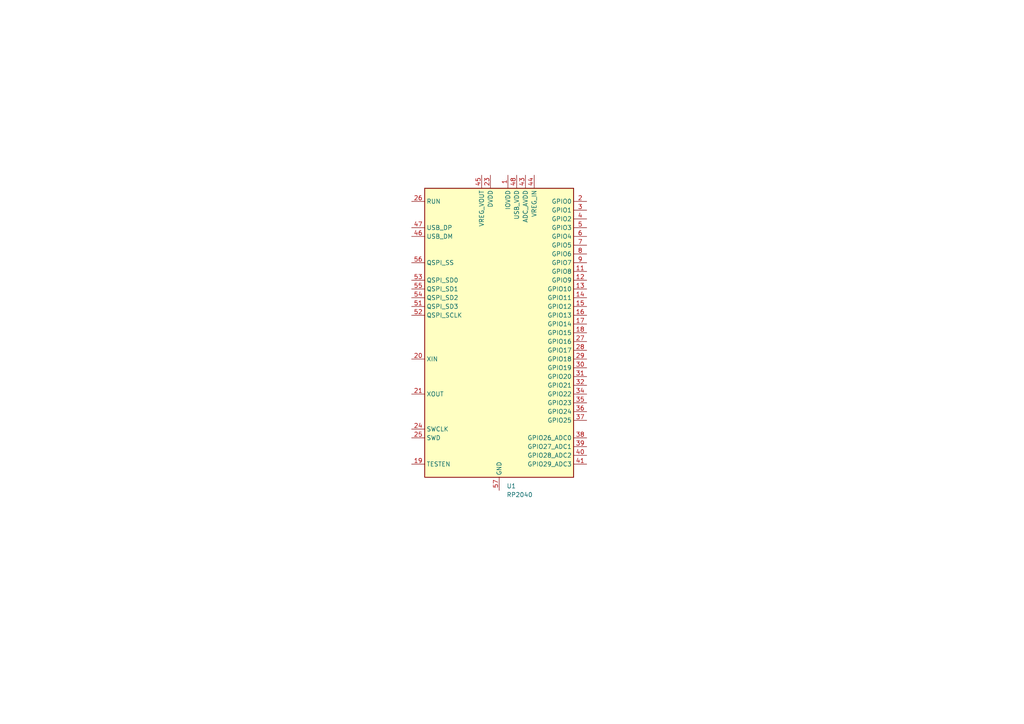
<source format=kicad_sch>
(kicad_sch (version 20250114) (generator "eeschema") (generator_version "9.0")
  (paper "A4")
  (lib_symbols
    (symbol "MCU_RaspberryPi:RP2040"
      (property "Reference" "U" (at 17.78 45.72 0))
      (property "Value" "RP2040" (at 17.78 43.18 0))
      (symbol "RP2040_0_1"
        (rectangle (start -21.59 41.91) (end 21.59 -41.91) (stroke (width 0.254)) (fill (type background)))
      )
      (symbol "RP2040_1_1"
        (pin input line (at -25.4 38.1 0) (length 3.81) (name "RUN") (number "26"))
        (pin bidirectional line (at -25.4 30.48 0) (length 3.81) (name "USB_DP") (number "47"))
        (pin bidirectional line (at -25.4 27.94 0) (length 3.81) (name "USB_DM") (number "46"))
        (pin bidirectional line (at -25.4 20.32 0) (length 3.81) (name "QSPI_SS") (number "56"))
        (pin bidirectional line (at -25.4 15.24 0) (length 3.81) (name "QSPI_SD0") (number "53"))
        (pin bidirectional line (at -25.4 12.7 0) (length 3.81) (name "QSPI_SD1") (number "55"))
        (pin bidirectional line (at -25.4 10.16 0) (length 3.81) (name "QSPI_SD2") (number "54"))
        (pin bidirectional line (at -25.4 7.62 0) (length 3.81) (name "QSPI_SD3") (number "51"))
        (pin output line (at -25.4 5.08 0) (length 3.81) (name "QSPI_SCLK") (number "52"))
        (pin input line (at -25.4 -7.62 0) (length 3.81) (name "XIN") (number "20"))
        (pin passive line (at -25.4 -17.78 0) (length 3.81) (name "XOUT") (number "21"))
        (pin input line (at -25.4 -27.94 0) (length 3.81) (name "SWCLK") (number "24"))
        (pin bidirectional line (at -25.4 -30.48 0) (length 3.81) (name "SWD") (number "25"))
        (pin input line (at -25.4 -38.1 0) (length 3.81) (name "TESTEN") (number "19"))
        (pin power_out line (at -5.08 45.72 270) (length 3.81) (name "VREG_VOUT") (number "45"))
        (pin power_in line (at -2.54 45.72 270) (length 3.81) (name "DVDD") (number "23"))
        (pin passive line (at -2.54 45.72 270) (length 3.81) (hide yes) (name "DVDD") (number "50"))
        (pin power_in line (at 0 -45.72 90) (length 3.81) (name "GND") (number "57"))
        (pin power_in line (at 2.54 45.72 270) (length 3.81) (name "IOVDD") (number "1"))
        (pin passive line (at 2.54 45.72 270) (length 3.81) (hide yes) (name "IOVDD") (number "10"))
        (pin passive line (at 2.54 45.72 270) (length 3.81) (hide yes) (name "IOVDD") (number "22"))
        (pin passive line (at 2.54 45.72 270) (length 3.81) (hide yes) (name "IOVDD") (number "33"))
        (pin passive line (at 2.54 45.72 270) (length 3.81) (hide yes) (name "IOVDD") (number "42"))
        (pin passive line (at 2.54 45.72 270) (length 3.81) (hide yes) (name "IOVDD") (number "49"))
        (pin power_in line (at 5.08 45.72 270) (length 3.81) (name "USB_VDD") (number "48"))
        (pin power_in line (at 7.62 45.72 270) (length 3.81) (name "ADC_AVDD") (number "43"))
        (pin power_in line (at 10.16 45.72 270) (length 3.81) (name "VREG_IN") (number "44"))
        (pin bidirectional line (at 25.4 38.1 180) (length 3.81) (name "GPIO0") (number "2"))
        (pin bidirectional line (at 25.4 35.56 180) (length 3.81) (name "GPIO1") (number "3"))
        (pin bidirectional line (at 25.4 33.02 180) (length 3.81) (name "GPIO2") (number "4"))
        (pin bidirectional line (at 25.4 30.48 180) (length 3.81) (name "GPIO3") (number "5"))
        (pin bidirectional line (at 25.4 27.94 180) (length 3.81) (name "GPIO4") (number "6"))
        (pin bidirectional line (at 25.4 25.4 180) (length 3.81) (name "GPIO5") (number "7"))
        (pin bidirectional line (at 25.4 22.86 180) (length 3.81) (name "GPIO6") (number "8"))
        (pin bidirectional line (at 25.4 20.32 180) (length 3.81) (name "GPIO7") (number "9"))
        (pin bidirectional line (at 25.4 17.78 180) (length 3.81) (name "GPIO8") (number "11"))
        (pin bidirectional line (at 25.4 15.24 180) (length 3.81) (name "GPIO9") (number "12"))
        (pin bidirectional line (at 25.4 12.7 180) (length 3.81) (name "GPIO10") (number "13"))
        (pin bidirectional line (at 25.4 10.16 180) (length 3.81) (name "GPIO11") (number "14"))
        (pin bidirectional line (at 25.4 7.62 180) (length 3.81) (name "GPIO12") (number "15"))
        (pin bidirectional line (at 25.4 5.08 180) (length 3.81) (name "GPIO13") (number "16"))
        (pin bidirectional line (at 25.4 2.54 180) (length 3.81) (name "GPIO14") (number "17"))
        (pin bidirectional line (at 25.4 0 180) (length 3.81) (name "GPIO15") (number "18"))
        (pin bidirectional line (at 25.4 -2.54 180) (length 3.81) (name "GPIO16") (number "27"))
        (pin bidirectional line (at 25.4 -5.08 180) (length 3.81) (name "GPIO17") (number "28"))
        (pin bidirectional line (at 25.4 -7.62 180) (length 3.81) (name "GPIO18") (number "29"))
        (pin bidirectional line (at 25.4 -10.16 180) (length 3.81) (name "GPIO19") (number "30"))
        (pin bidirectional line (at 25.4 -12.7 180) (length 3.81) (name "GPIO20") (number "31"))
        (pin bidirectional line (at 25.4 -15.24 180) (length 3.81) (name "GPIO21") (number "32"))
        (pin bidirectional line (at 25.4 -17.78 180) (length 3.81) (name "GPIO22") (number "34"))
        (pin bidirectional line (at 25.4 -20.32 180) (length 3.81) (name "GPIO23") (number "35"))
        (pin bidirectional line (at 25.4 -22.86 180) (length 3.81) (name "GPIO24") (number "36"))
        (pin bidirectional line (at 25.4 -25.4 180) (length 3.81) (name "GPIO25") (number "37"))
        (pin bidirectional line (at 25.4 -30.48 180) (length 3.81) (name "GPIO26_ADC0") (number "38"))
        (pin bidirectional line (at 25.4 -33.02 180) (length 3.81) (name "GPIO27_ADC1") (number "39"))
        (pin bidirectional line (at 25.4 -35.56 180) (length 3.81) (name "GPIO28_ADC2") (number "40"))
        (pin bidirectional line (at 25.4 -38.1 180) (length 3.81) (name "GPIO29_ADC3") (number "41"))
      )
    )
  )
  (symbol (lib_id "MCU_RaspberryPi:RP2040") (at 144.78 96.52 0) (unit 1)
    (property "Reference" "U1" (at 146.9233 140.97 0) (effects (justify left)))
    (property "Value" "RP2040" (at 146.9233 143.51 0) (effects (justify left)))
    (property "Footprint" "Package_DFN_QFN:QFN-56-1EP_7x7mm_P0.4mm_EP3.2x3.2mm" (effects (hide yes)))
    (property "Datasheet" "https://datasheets.raspberrypi.com/rp2040/rp2040-datasheet.pdf" (effects (hide yes)))
    (property "Description" "A microcontroller by Raspberry Pi" (effects (hide yes)))
  )
)
</source>
